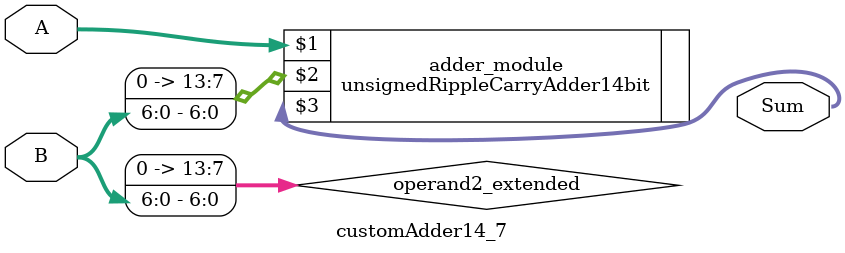
<source format=v>

module customAdder14_7(
                    input [13 : 0] A,
                    input [6 : 0] B,
                    
                    output [14 : 0] Sum
            );

    wire [13 : 0] operand2_extended;
    
    assign operand2_extended =  {7'b0, B};
    
    unsignedRippleCarryAdder14bit adder_module(
        A,
        operand2_extended,
        Sum
    );
    
endmodule
        
</source>
